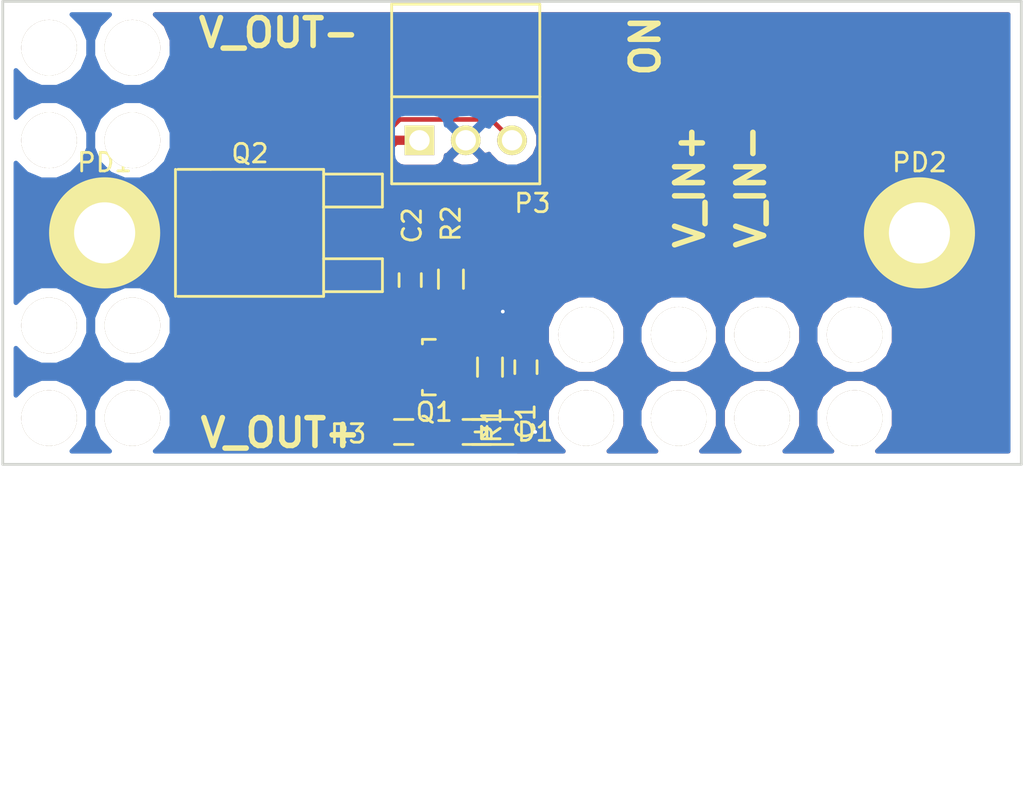
<source format=kicad_pcb>
(kicad_pcb (version 4) (host pcbnew 4.0.2-stable)

  (general
    (links 19)
    (no_connects 2)
    (area 99.924999 69.075 155.075001 115.300001)
    (thickness 1.6)
    (drawings 11)
    (tracks 39)
    (zones 0)
    (modules 31)
    (nets 7)
  )

  (page A4)
  (layers
    (0 F.Cu signal)
    (31 B.Cu signal)
    (32 B.Adhes user)
    (33 F.Adhes user)
    (34 B.Paste user)
    (35 F.Paste user)
    (36 B.SilkS user)
    (37 F.SilkS user)
    (38 B.Mask user)
    (39 F.Mask user)
    (40 Dwgs.User user)
    (41 Cmts.User user)
    (42 Eco1.User user)
    (43 Eco2.User user)
    (44 Edge.Cuts user)
    (45 Margin user)
    (46 B.CrtYd user)
    (47 F.CrtYd user)
    (48 B.Fab user)
    (49 F.Fab user)
  )

  (setup
    (last_trace_width 0.3)
    (user_trace_width 0.2)
    (user_trace_width 0.25)
    (user_trace_width 0.3)
    (user_trace_width 0.5)
    (user_trace_width 0.8)
    (user_trace_width 1)
    (user_trace_width 2)
    (trace_clearance 0.2)
    (zone_clearance 0.508)
    (zone_45_only no)
    (trace_min 0.2)
    (segment_width 0.2)
    (edge_width 0.15)
    (via_size 0.6)
    (via_drill 0.2)
    (via_min_size 0.6)
    (via_min_drill 0.2)
    (user_via 0.6 0.2)
    (user_via 1.2 0.8)
    (user_via 1.4 1)
    (user_via 9 0.5)
    (uvia_size 0.3)
    (uvia_drill 0.1)
    (uvias_allowed no)
    (uvia_min_size 0.2)
    (uvia_min_drill 0.1)
    (pcb_text_width 0.3)
    (pcb_text_size 1.5 1.5)
    (mod_edge_width 0.15)
    (mod_text_size 1 1)
    (mod_text_width 0.15)
    (pad_size 3.3 3.3)
    (pad_drill 3.3)
    (pad_to_mask_clearance 0.2)
    (aux_axis_origin 0 0)
    (visible_elements 7FFFFFFF)
    (pcbplotparams
      (layerselection 0x00030_80000001)
      (usegerberextensions false)
      (excludeedgelayer true)
      (linewidth 0.100000)
      (plotframeref false)
      (viasonmask false)
      (mode 1)
      (useauxorigin false)
      (hpglpennumber 1)
      (hpglpenspeed 20)
      (hpglpendiameter 15)
      (hpglpenoverlay 2)
      (psnegative false)
      (psa4output false)
      (plotreference true)
      (plotvalue true)
      (plotinvisibletext false)
      (padsonsilk false)
      (subtractmaskfromsilk false)
      (outputformat 1)
      (mirror false)
      (drillshape 1)
      (scaleselection 1)
      (outputdirectory ""))
  )

  (net 0 "")
  (net 1 /CTL_DRIVE)
  (net 2 GND)
  (net 3 "Net-(C2-Pad1)")
  (net 4 "Net-(C2-Pad2)")
  (net 5 "Net-(D1-Pad2)")
  (net 6 "Net-(P4-Pad1)")

  (net_class Default "Dies ist die voreingestellte Netzklasse."
    (clearance 0.2)
    (trace_width 0.25)
    (via_dia 0.6)
    (via_drill 0.2)
    (uvia_dia 0.3)
    (uvia_drill 0.1)
    (add_net /CTL_DRIVE)
    (add_net GND)
    (add_net "Net-(C2-Pad1)")
    (add_net "Net-(C2-Pad2)")
    (add_net "Net-(D1-Pad2)")
    (add_net "Net-(P4-Pad1)")
  )

  (module Capacitors_SMD:C_0603_HandSoldering (layer F.Cu) (tedit 541A9B4D) (tstamp 57ADC538)
    (at 128.25 89.75 90)
    (descr "Capacitor SMD 0603, hand soldering")
    (tags "capacitor 0603")
    (path /57ADC1FD)
    (attr smd)
    (fp_text reference C1 (at -2.93 -0.01 90) (layer F.SilkS)
      (effects (font (size 1 1) (thickness 0.15)))
    )
    (fp_text value 100n (at 0 1.9 90) (layer F.Fab)
      (effects (font (size 1 1) (thickness 0.15)))
    )
    (fp_line (start -1.85 -0.75) (end 1.85 -0.75) (layer F.CrtYd) (width 0.05))
    (fp_line (start -1.85 0.75) (end 1.85 0.75) (layer F.CrtYd) (width 0.05))
    (fp_line (start -1.85 -0.75) (end -1.85 0.75) (layer F.CrtYd) (width 0.05))
    (fp_line (start 1.85 -0.75) (end 1.85 0.75) (layer F.CrtYd) (width 0.05))
    (fp_line (start -0.35 -0.6) (end 0.35 -0.6) (layer F.SilkS) (width 0.15))
    (fp_line (start 0.35 0.6) (end -0.35 0.6) (layer F.SilkS) (width 0.15))
    (pad 1 smd rect (at -0.95 0 90) (size 1.2 0.75) (layers F.Cu F.Paste F.Mask)
      (net 1 /CTL_DRIVE))
    (pad 2 smd rect (at 0.95 0 90) (size 1.2 0.75) (layers F.Cu F.Paste F.Mask)
      (net 2 GND))
    (model Capacitors_SMD.3dshapes/C_0603_HandSoldering.wrl
      (at (xyz 0 0 0))
      (scale (xyz 1 1 1))
      (rotate (xyz 0 0 0))
    )
  )

  (module Capacitors_SMD:C_0603_HandSoldering (layer F.Cu) (tedit 541A9B4D) (tstamp 57ADC544)
    (at 122 85.05 270)
    (descr "Capacitor SMD 0603, hand soldering")
    (tags "capacitor 0603")
    (path /57ADCC7D)
    (attr smd)
    (fp_text reference C2 (at -2.95 -0.1 450) (layer F.SilkS)
      (effects (font (size 1 1) (thickness 0.15)))
    )
    (fp_text value 470n (at 0 1.9 270) (layer F.Fab)
      (effects (font (size 1 1) (thickness 0.15)))
    )
    (fp_line (start -1.85 -0.75) (end 1.85 -0.75) (layer F.CrtYd) (width 0.05))
    (fp_line (start -1.85 0.75) (end 1.85 0.75) (layer F.CrtYd) (width 0.05))
    (fp_line (start -1.85 -0.75) (end -1.85 0.75) (layer F.CrtYd) (width 0.05))
    (fp_line (start 1.85 -0.75) (end 1.85 0.75) (layer F.CrtYd) (width 0.05))
    (fp_line (start -0.35 -0.6) (end 0.35 -0.6) (layer F.SilkS) (width 0.15))
    (fp_line (start 0.35 0.6) (end -0.35 0.6) (layer F.SilkS) (width 0.15))
    (pad 1 smd rect (at -0.95 0 270) (size 1.2 0.75) (layers F.Cu F.Paste F.Mask)
      (net 3 "Net-(C2-Pad1)"))
    (pad 2 smd rect (at 0.95 0 270) (size 1.2 0.75) (layers F.Cu F.Paste F.Mask)
      (net 4 "Net-(C2-Pad2)"))
    (model Capacitors_SMD.3dshapes/C_0603_HandSoldering.wrl
      (at (xyz 0 0 0))
      (scale (xyz 1 1 1))
      (rotate (xyz 0 0 0))
    )
  )

  (module TO_SOT_Packages_SMD:SOT-23 (layer F.Cu) (tedit 553634F8) (tstamp 57ADC56F)
    (at 123.31 89.75 90)
    (descr "SOT-23, Standard")
    (tags SOT-23)
    (path /5783B834)
    (attr smd)
    (fp_text reference Q1 (at -2.43 -0.01 180) (layer F.SilkS)
      (effects (font (size 1 1) (thickness 0.15)))
    )
    (fp_text value IRLML6344 (at 0 2.3 90) (layer F.Fab)
      (effects (font (size 1 1) (thickness 0.15)))
    )
    (fp_line (start -1.65 -1.6) (end 1.65 -1.6) (layer F.CrtYd) (width 0.05))
    (fp_line (start 1.65 -1.6) (end 1.65 1.6) (layer F.CrtYd) (width 0.05))
    (fp_line (start 1.65 1.6) (end -1.65 1.6) (layer F.CrtYd) (width 0.05))
    (fp_line (start -1.65 1.6) (end -1.65 -1.6) (layer F.CrtYd) (width 0.05))
    (fp_line (start 1.29916 -0.65024) (end 1.2509 -0.65024) (layer F.SilkS) (width 0.15))
    (fp_line (start -1.49982 0.0508) (end -1.49982 -0.65024) (layer F.SilkS) (width 0.15))
    (fp_line (start -1.49982 -0.65024) (end -1.2509 -0.65024) (layer F.SilkS) (width 0.15))
    (fp_line (start 1.29916 -0.65024) (end 1.49982 -0.65024) (layer F.SilkS) (width 0.15))
    (fp_line (start 1.49982 -0.65024) (end 1.49982 0.0508) (layer F.SilkS) (width 0.15))
    (pad 1 smd rect (at -0.95 1.00076 90) (size 0.8001 0.8001) (layers F.Cu F.Paste F.Mask)
      (net 1 /CTL_DRIVE))
    (pad 2 smd rect (at 0.95 1.00076 90) (size 0.8001 0.8001) (layers F.Cu F.Paste F.Mask)
      (net 2 GND))
    (pad 3 smd rect (at 0 -0.99822 90) (size 0.8001 0.8001) (layers F.Cu F.Paste F.Mask)
      (net 4 "Net-(C2-Pad2)"))
    (model TO_SOT_Packages_SMD.3dshapes/SOT-23.wrl
      (at (xyz 0 0 0))
      (scale (xyz 1 1 1))
      (rotate (xyz 0 0 0))
    )
  )

  (module TO_SOT_Packages_SMD:TO-252-2Lead (layer F.Cu) (tedit 0) (tstamp 57ADC576)
    (at 118.85 82.5 90)
    (descr "DPAK / TO-252 2-lead smd package")
    (tags "dpak TO-252")
    (path /5783B8B5)
    (attr smd)
    (fp_text reference Q2 (at 4.286 -5.5 180) (layer F.SilkS)
      (effects (font (size 1 1) (thickness 0.15)))
    )
    (fp_text value IPD90P03 (at 0 -2.413 90) (layer F.Fab)
      (effects (font (size 1 1) (thickness 0.15)))
    )
    (fp_line (start 1.397 -1.524) (end 1.397 1.651) (layer F.SilkS) (width 0.15))
    (fp_line (start 1.397 1.651) (end 3.175 1.651) (layer F.SilkS) (width 0.15))
    (fp_line (start 3.175 1.651) (end 3.175 -1.524) (layer F.SilkS) (width 0.15))
    (fp_line (start -3.175 -1.524) (end -3.175 1.651) (layer F.SilkS) (width 0.15))
    (fp_line (start -3.175 1.651) (end -1.397 1.651) (layer F.SilkS) (width 0.15))
    (fp_line (start -1.397 1.651) (end -1.397 -1.524) (layer F.SilkS) (width 0.15))
    (fp_line (start 3.429 -7.62) (end 3.429 -1.524) (layer F.SilkS) (width 0.15))
    (fp_line (start 3.429 -1.524) (end -3.429 -1.524) (layer F.SilkS) (width 0.15))
    (fp_line (start -3.429 -1.524) (end -3.429 -9.398) (layer F.SilkS) (width 0.15))
    (fp_line (start -3.429 -9.525) (end 3.429 -9.525) (layer F.SilkS) (width 0.15))
    (fp_line (start 3.429 -9.398) (end 3.429 -7.62) (layer F.SilkS) (width 0.15))
    (pad 1 smd rect (at -2.286 0 90) (size 1.651 3.048) (layers F.Cu F.Paste F.Mask)
      (net 4 "Net-(C2-Pad2)"))
    (pad 2 smd rect (at 0 -6.35 90) (size 6.096 6.096) (layers F.Cu F.Paste F.Mask)
      (net 6 "Net-(P4-Pad1)"))
    (pad 3 smd rect (at 2.286 0 90) (size 1.651 3.048) (layers F.Cu F.Paste F.Mask)
      (net 3 "Net-(C2-Pad1)"))
    (model TO_SOT_Packages_SMD.3dshapes/TO-252-2Lead.wrl
      (at (xyz 0 0 0))
      (scale (xyz 1 1 1))
      (rotate (xyz 0 0 0))
    )
  )

  (module Resistors_SMD:R_0603_HandSoldering (layer F.Cu) (tedit 5418A00F) (tstamp 57ADC582)
    (at 126.31 89.75 90)
    (descr "Resistor SMD 0603, hand soldering")
    (tags "resistor 0603")
    (path /57ADC260)
    (attr smd)
    (fp_text reference R1 (at -3.13 0.09 90) (layer F.SilkS)
      (effects (font (size 1 1) (thickness 0.15)))
    )
    (fp_text value 10k (at 0 1.9 90) (layer F.Fab)
      (effects (font (size 1 1) (thickness 0.15)))
    )
    (fp_line (start -2 -0.8) (end 2 -0.8) (layer F.CrtYd) (width 0.05))
    (fp_line (start -2 0.8) (end 2 0.8) (layer F.CrtYd) (width 0.05))
    (fp_line (start -2 -0.8) (end -2 0.8) (layer F.CrtYd) (width 0.05))
    (fp_line (start 2 -0.8) (end 2 0.8) (layer F.CrtYd) (width 0.05))
    (fp_line (start 0.5 0.675) (end -0.5 0.675) (layer F.SilkS) (width 0.15))
    (fp_line (start -0.5 -0.675) (end 0.5 -0.675) (layer F.SilkS) (width 0.15))
    (pad 1 smd rect (at -1.1 0 90) (size 1.2 0.9) (layers F.Cu F.Paste F.Mask)
      (net 1 /CTL_DRIVE))
    (pad 2 smd rect (at 1.1 0 90) (size 1.2 0.9) (layers F.Cu F.Paste F.Mask)
      (net 2 GND))
    (model Resistors_SMD.3dshapes/R_0603_HandSoldering.wrl
      (at (xyz 0 0 0))
      (scale (xyz 1 1 1))
      (rotate (xyz 0 0 0))
    )
  )

  (module Resistors_SMD:R_0603_HandSoldering (layer F.Cu) (tedit 5418A00F) (tstamp 57ADC58E)
    (at 124.2 85 270)
    (descr "Resistor SMD 0603, hand soldering")
    (tags "resistor 0603")
    (path /57ADCAFA)
    (attr smd)
    (fp_text reference R2 (at -3 0 270) (layer F.SilkS)
      (effects (font (size 1 1) (thickness 0.15)))
    )
    (fp_text value 10k (at 0 1.9 270) (layer F.Fab)
      (effects (font (size 1 1) (thickness 0.15)))
    )
    (fp_line (start -2 -0.8) (end 2 -0.8) (layer F.CrtYd) (width 0.05))
    (fp_line (start -2 0.8) (end 2 0.8) (layer F.CrtYd) (width 0.05))
    (fp_line (start -2 -0.8) (end -2 0.8) (layer F.CrtYd) (width 0.05))
    (fp_line (start 2 -0.8) (end 2 0.8) (layer F.CrtYd) (width 0.05))
    (fp_line (start 0.5 0.675) (end -0.5 0.675) (layer F.SilkS) (width 0.15))
    (fp_line (start -0.5 -0.675) (end 0.5 -0.675) (layer F.SilkS) (width 0.15))
    (pad 1 smd rect (at -1.1 0 270) (size 1.2 0.9) (layers F.Cu F.Paste F.Mask)
      (net 3 "Net-(C2-Pad1)"))
    (pad 2 smd rect (at 1.1 0 270) (size 1.2 0.9) (layers F.Cu F.Paste F.Mask)
      (net 4 "Net-(C2-Pad2)"))
    (model Resistors_SMD.3dshapes/R_0603_HandSoldering.wrl
      (at (xyz 0 0 0))
      (scale (xyz 1 1 1))
      (rotate (xyz 0 0 0))
    )
  )

  (module Custom:LED_0603_HandSoldering (layer F.Cu) (tedit 57C2C5BA) (tstamp 57C81B32)
    (at 125.85 93.25 180)
    (descr "Resistor SMD 0603, hand soldering")
    (tags "resistor 0603")
    (path /57C81BD8)
    (attr smd)
    (fp_text reference D1 (at -2.9 0 180) (layer F.SilkS)
      (effects (font (size 1 1) (thickness 0.15)))
    )
    (fp_text value LED (at 0 1.9 180) (layer F.Fab)
      (effects (font (size 1 1) (thickness 0.15)))
    )
    (fp_line (start 0 0) (end 0.35 0) (layer F.SilkS) (width 0.15))
    (fp_line (start 0 -0.3) (end -0.3 0) (layer F.SilkS) (width 0.15))
    (fp_line (start -0.3 0) (end 0 0.3) (layer F.SilkS) (width 0.15))
    (fp_line (start -0.3 -0.3) (end -0.3 0.3) (layer F.SilkS) (width 0.15))
    (fp_line (start 0 -0.3) (end 0 0.3) (layer F.SilkS) (width 0.15))
    (fp_line (start 1 0.675) (end -1.7 0.675) (layer F.SilkS) (width 0.15))
    (fp_line (start 1 -0.675) (end -1.7 -0.675) (layer F.SilkS) (width 0.15))
    (fp_line (start -2 -0.8) (end 2 -0.8) (layer F.CrtYd) (width 0.05))
    (fp_line (start -2 0.8) (end 2 0.8) (layer F.CrtYd) (width 0.05))
    (fp_line (start -2 -0.8) (end -2 0.8) (layer F.CrtYd) (width 0.05))
    (fp_line (start 2 -0.8) (end 2 0.8) (layer F.CrtYd) (width 0.05))
    (fp_line (start 0.5 0.675) (end -0.5 0.675) (layer F.SilkS) (width 0.15))
    (fp_line (start -0.5 -0.675) (end 0.5 -0.675) (layer F.SilkS) (width 0.15))
    (pad 1 smd rect (at -1.1 0 180) (size 1.2 0.9) (layers F.Cu F.Paste F.Mask)
      (net 2 GND))
    (pad 2 smd rect (at 1.1 0 180) (size 1.2 0.9) (layers F.Cu F.Paste F.Mask)
      (net 5 "Net-(D1-Pad2)"))
    (model Resistors_SMD.3dshapes/R_0603_HandSoldering.wrl
      (at (xyz 0 0 0))
      (scale (xyz 1 1 1))
      (rotate (xyz 0 0 0))
    )
  )

  (module Custom:Pad_SMD_3.5x10 (layer F.Cu) (tedit 57C830BE) (tstamp 57C823A7)
    (at 134 80 90)
    (path /57C8181A)
    (fp_text reference P1 (at 0 -2.54 90) (layer F.SilkS) hide
      (effects (font (size 1 1) (thickness 0.15)))
    )
    (fp_text value V_IN+ (at -0.0254 2.794 90) (layer F.Fab)
      (effects (font (size 1 1) (thickness 0.15)))
    )
    (pad 1 smd rect (at 0 0 90) (size 10 3.5) (layers F.Cu F.Paste F.Mask)
      (net 3 "Net-(C2-Pad1)"))
  )

  (module Custom:Pad_SMD_3.5x10 (layer F.Cu) (tedit 57C830C2) (tstamp 57C823AC)
    (at 143.5 80 90)
    (path /57C8188D)
    (fp_text reference P2 (at 0 -2.54 90) (layer F.SilkS) hide
      (effects (font (size 1 1) (thickness 0.15)))
    )
    (fp_text value V_IN- (at -0.0254 2.794 90) (layer F.Fab)
      (effects (font (size 1 1) (thickness 0.15)))
    )
    (pad 1 smd rect (at 0 0 90) (size 10 3.5) (layers F.Cu F.Paste F.Mask)
      (net 2 GND))
  )

  (module Custom:Pad_SMD_3.5x10 (layer F.Cu) (tedit 57C830C8) (tstamp 57C823B7)
    (at 115 90)
    (path /57C8199A)
    (fp_text reference P4 (at 0 -2.54) (layer F.SilkS) hide
      (effects (font (size 1 1) (thickness 0.15)))
    )
    (fp_text value V_OUT+ (at -0.0254 2.794) (layer F.Fab)
      (effects (font (size 1 1) (thickness 0.15)))
    )
    (pad 1 smd rect (at 0 0) (size 10 3.5) (layers F.Cu F.Paste F.Mask)
      (net 6 "Net-(P4-Pad1)"))
  )

  (module Custom:Pad_SMD_3.5x10 (layer F.Cu) (tedit 57C830C5) (tstamp 57C823BC)
    (at 115 75)
    (path /57C81A43)
    (fp_text reference P5 (at 0 -2.54) (layer F.SilkS) hide
      (effects (font (size 1 1) (thickness 0.15)))
    )
    (fp_text value V_OUT- (at -0.0254 2.794) (layer F.Fab)
      (effects (font (size 1 1) (thickness 0.15)))
    )
    (pad 1 smd rect (at 0 0) (size 10 3.5) (layers F.Cu F.Paste F.Mask)
      (net 2 GND))
  )

  (module Resistors_SMD:R_0603_HandSoldering (layer F.Cu) (tedit 5418A00F) (tstamp 57C823C2)
    (at 121.65 93.25)
    (descr "Resistor SMD 0603, hand soldering")
    (tags "resistor 0603")
    (path /57C815D8)
    (attr smd)
    (fp_text reference R3 (at -3 0.1) (layer F.SilkS)
      (effects (font (size 1 1) (thickness 0.15)))
    )
    (fp_text value 3k6 (at 0 1.9) (layer F.Fab)
      (effects (font (size 1 1) (thickness 0.15)))
    )
    (fp_line (start -2 -0.8) (end 2 -0.8) (layer F.CrtYd) (width 0.05))
    (fp_line (start -2 0.8) (end 2 0.8) (layer F.CrtYd) (width 0.05))
    (fp_line (start -2 -0.8) (end -2 0.8) (layer F.CrtYd) (width 0.05))
    (fp_line (start 2 -0.8) (end 2 0.8) (layer F.CrtYd) (width 0.05))
    (fp_line (start 0.5 0.675) (end -0.5 0.675) (layer F.SilkS) (width 0.15))
    (fp_line (start -0.5 -0.675) (end 0.5 -0.675) (layer F.SilkS) (width 0.15))
    (pad 1 smd rect (at -1.1 0) (size 1.2 0.9) (layers F.Cu F.Paste F.Mask)
      (net 6 "Net-(P4-Pad1)"))
    (pad 2 smd rect (at 1.1 0) (size 1.2 0.9) (layers F.Cu F.Paste F.Mask)
      (net 5 "Net-(D1-Pad2)"))
    (model Resistors_SMD.3dshapes/R_0603_HandSoldering.wrl
      (at (xyz 0 0 0))
      (scale (xyz 1 1 1))
      (rotate (xyz 0 0 0))
    )
  )

  (module Custom:PS25_3W (layer F.Cu) (tedit 57C824DC) (tstamp 57C827D7)
    (at 122.5 77.5)
    (path /5783BAEB)
    (fp_text reference P3 (at 6.1 3.4) (layer F.SilkS)
      (effects (font (size 1 1) (thickness 0.15)))
    )
    (fp_text value uC_IN (at 2.5 3.3) (layer F.Fab)
      (effects (font (size 1 1) (thickness 0.15)))
    )
    (fp_line (start -1.5 -2.35) (end 6.5 -2.35) (layer F.SilkS) (width 0.15))
    (fp_line (start 6.5 2.35) (end -1.5 2.35) (layer F.SilkS) (width 0.15))
    (fp_line (start 6.5 -7.35) (end 6.5 2.35) (layer F.SilkS) (width 0.15))
    (fp_line (start -1.5 -7.35) (end 6.5 -7.35) (layer F.SilkS) (width 0.15))
    (fp_line (start -1.5 2.35) (end -1.5 -7.35) (layer F.SilkS) (width 0.15))
    (fp_line (start 6.5 -7.35) (end 6.5 -2.35) (layer F.CrtYd) (width 0.15))
    (fp_line (start -1.5 -7.35) (end 6.5 -7.35) (layer F.CrtYd) (width 0.15))
    (fp_line (start -1.5 -2.35) (end -1.5 -7.35) (layer F.CrtYd) (width 0.15))
    (fp_line (start 6.5 2.35) (end -1.5 2.35) (layer F.CrtYd) (width 0.15))
    (fp_line (start 6.5 -2.35) (end 6.5 2.35) (layer F.CrtYd) (width 0.15))
    (fp_line (start -1.5 -2.35) (end 6.5 -2.35) (layer F.CrtYd) (width 0.15))
    (fp_line (start -1.5 2.35) (end -1.5 -2.35) (layer F.CrtYd) (width 0.15))
    (pad 1 thru_hole rect (at 0 0) (size 1.6 1.6) (drill 1.1) (layers *.Cu *.Mask F.SilkS)
      (net 3 "Net-(C2-Pad1)"))
    (pad 2 thru_hole circle (at 2.5 0) (size 1.6 1.6) (drill 1.1) (layers *.Cu *.Mask F.SilkS)
      (net 2 GND))
    (pad 3 thru_hole circle (at 5 0) (size 1.6 1.6) (drill 1.1) (layers *.Cu *.Mask F.SilkS)
      (net 1 /CTL_DRIVE))
  )

  (module Custom:Hole_3mm (layer F.Cu) (tedit 57C83065) (tstamp 57C82BC5)
    (at 102.5 92.5)
    (path /57C83262)
    (fp_text reference PD3 (at 0 -2.3) (layer F.SilkS) hide
      (effects (font (size 1 1) (thickness 0.15)))
    )
    (fp_text value Hole (at 0 2) (layer F.Fab)
      (effects (font (size 1 1) (thickness 0.15)))
    )
    (pad 1 thru_hole circle (at 0 0) (size 3 3) (drill 3) (layers *.Cu *.Mask F.SilkS))
  )

  (module Custom:Hole_3mm (layer F.Cu) (tedit 57C83069) (tstamp 57C82BCA)
    (at 107 92.5)
    (path /57C83063)
    (fp_text reference PD4 (at 0 -2.3) (layer F.SilkS) hide
      (effects (font (size 1 1) (thickness 0.15)))
    )
    (fp_text value Hole (at 0 2) (layer F.Fab)
      (effects (font (size 1 1) (thickness 0.15)))
    )
    (pad 1 thru_hole circle (at 0 0) (size 3 3) (drill 3) (layers *.Cu *.Mask F.SilkS))
  )

  (module Custom:Hole_3mm (layer F.Cu) (tedit 57C83058) (tstamp 57C82BCF)
    (at 102.5 87.5)
    (path /57C82E3F)
    (fp_text reference PD5 (at 0 -2.3) (layer F.SilkS) hide
      (effects (font (size 1 1) (thickness 0.15)))
    )
    (fp_text value Hole (at 0 2) (layer F.Fab)
      (effects (font (size 1 1) (thickness 0.15)))
    )
    (pad 1 thru_hole circle (at 0 0) (size 3 3) (drill 3) (layers *.Cu *.Mask F.SilkS))
  )

  (module Custom:Hole_3mm (layer F.Cu) (tedit 57C8305E) (tstamp 57C82BD4)
    (at 107 87.5)
    (path /57C82B56)
    (fp_text reference PD6 (at 0 -2.3) (layer F.SilkS) hide
      (effects (font (size 1 1) (thickness 0.15)))
    )
    (fp_text value Hole (at 0 2) (layer F.Fab)
      (effects (font (size 1 1) (thickness 0.15)))
    )
    (pad 1 thru_hole circle (at 0 0) (size 3 3) (drill 3) (layers *.Cu *.Mask F.SilkS))
  )

  (module Custom:Hole_3mm (layer F.Cu) (tedit 57C83050) (tstamp 57C82BD9)
    (at 102.5 77.5)
    (path /57C832D6)
    (fp_text reference PD7 (at 0 -2.3) (layer F.SilkS) hide
      (effects (font (size 1 1) (thickness 0.15)))
    )
    (fp_text value Hole (at 0 2) (layer F.Fab)
      (effects (font (size 1 1) (thickness 0.15)))
    )
    (pad 1 thru_hole circle (at 0 0) (size 3 3) (drill 3) (layers *.Cu *.Mask F.SilkS))
  )

  (module Custom:Hole_3mm (layer F.Cu) (tedit 57C83054) (tstamp 57C82BDE)
    (at 107 77.5)
    (path /57C830CB)
    (fp_text reference PD8 (at 0 -2.3) (layer F.SilkS) hide
      (effects (font (size 1 1) (thickness 0.15)))
    )
    (fp_text value Hole (at 0 2) (layer F.Fab)
      (effects (font (size 1 1) (thickness 0.15)))
    )
    (pad 1 thru_hole circle (at 0 0) (size 3 3) (drill 3) (layers *.Cu *.Mask F.SilkS))
  )

  (module Custom:Hole_3mm (layer F.Cu) (tedit 57C8304A) (tstamp 57C82BE3)
    (at 102.5 72.5)
    (path /57C82F3D)
    (fp_text reference PD9 (at 0 -2.3) (layer F.SilkS) hide
      (effects (font (size 1 1) (thickness 0.15)))
    )
    (fp_text value Hole (at 0 2) (layer F.Fab)
      (effects (font (size 1 1) (thickness 0.15)))
    )
    (pad 1 thru_hole circle (at 0 0) (size 3 3) (drill 3) (layers *.Cu *.Mask F.SilkS))
  )

  (module Custom:Hole_3mm (layer F.Cu) (tedit 57C8304D) (tstamp 57C82BE8)
    (at 107 72.5)
    (path /57C82C3B)
    (fp_text reference PD10 (at 0 -2.3) (layer F.SilkS) hide
      (effects (font (size 1 1) (thickness 0.15)))
    )
    (fp_text value Hole (at 0 2) (layer F.Fab)
      (effects (font (size 1 1) (thickness 0.15)))
    )
    (pad 1 thru_hole circle (at 0 0) (size 3 3) (drill 3) (layers *.Cu *.Mask F.SilkS))
  )

  (module Custom:Hole_3mm (layer F.Cu) (tedit 57C83072) (tstamp 57C82BED)
    (at 131.5 92.5)
    (path /57C83349)
    (fp_text reference PD11 (at 0 -2.3) (layer F.SilkS) hide
      (effects (font (size 1 1) (thickness 0.15)))
    )
    (fp_text value Hole (at 0 2) (layer F.Fab)
      (effects (font (size 1 1) (thickness 0.15)))
    )
    (pad 1 thru_hole circle (at 0 0) (size 3 3) (drill 3) (layers *.Cu *.Mask F.SilkS))
  )

  (module Custom:Hole_3mm (layer F.Cu) (tedit 57C83079) (tstamp 57C82BF2)
    (at 136.5 92.5)
    (path /57C83132)
    (fp_text reference PD12 (at 0 -2.3) (layer F.SilkS) hide
      (effects (font (size 1 1) (thickness 0.15)))
    )
    (fp_text value Hole (at 0 2) (layer F.Fab)
      (effects (font (size 1 1) (thickness 0.15)))
    )
    (pad 1 thru_hole circle (at 0 0) (size 3 3) (drill 3) (layers *.Cu *.Mask F.SilkS))
  )

  (module Custom:Hole_3mm (layer F.Cu) (tedit 57C8306C) (tstamp 57C82BF7)
    (at 131.5 88)
    (path /57C82F98)
    (fp_text reference PD13 (at 0 -2.3) (layer F.SilkS) hide
      (effects (font (size 1 1) (thickness 0.15)))
    )
    (fp_text value Hole (at 0 2) (layer F.Fab)
      (effects (font (size 1 1) (thickness 0.15)))
    )
    (pad 1 thru_hole circle (at 0 0) (size 3 3) (drill 3) (layers *.Cu *.Mask F.SilkS))
  )

  (module Custom:Hole_3mm (layer F.Cu) (tedit 57C8306F) (tstamp 57C82BFC)
    (at 136.5 88)
    (path /57C82C86)
    (fp_text reference PD14 (at 0 -2.3) (layer F.SilkS) hide
      (effects (font (size 1 1) (thickness 0.15)))
    )
    (fp_text value Hole (at 0 2) (layer F.Fab)
      (effects (font (size 1 1) (thickness 0.15)))
    )
    (pad 1 thru_hole circle (at 0 0) (size 3 3) (drill 3) (layers *.Cu *.Mask F.SilkS))
  )

  (module Custom:Hole_3mm (layer F.Cu) (tedit 57C830B1) (tstamp 57C82C01)
    (at 146 92.5)
    (path /57C833BD)
    (fp_text reference PD15 (at 0 -2.3) (layer F.SilkS) hide
      (effects (font (size 1 1) (thickness 0.15)))
    )
    (fp_text value Hole (at 0 2) (layer F.Fab)
      (effects (font (size 1 1) (thickness 0.15)))
    )
    (pad 1 thru_hole circle (at 0 0) (size 3 3) (drill 3) (layers *.Cu *.Mask F.SilkS))
  )

  (module Custom:Hole_3mm (layer F.Cu) (tedit 57C830AD) (tstamp 57C82C06)
    (at 141 92.5)
    (path /57C8319C)
    (fp_text reference PD16 (at 0 -2.3) (layer F.SilkS) hide
      (effects (font (size 1 1) (thickness 0.15)))
    )
    (fp_text value Hole (at 0 2) (layer F.Fab)
      (effects (font (size 1 1) (thickness 0.15)))
    )
    (pad 1 thru_hole circle (at 0 0) (size 3 3) (drill 3) (layers *.Cu *.Mask F.SilkS))
  )

  (module Custom:Hole_3mm (layer F.Cu) (tedit 57C8309D) (tstamp 57C82C0B)
    (at 141 88)
    (path /57C82FFA)
    (fp_text reference PD17 (at 0 -2.3) (layer F.SilkS) hide
      (effects (font (size 1 1) (thickness 0.15)))
    )
    (fp_text value Hole (at 0 2) (layer F.Fab)
      (effects (font (size 1 1) (thickness 0.15)))
    )
    (pad 1 thru_hole circle (at 0 0) (size 3 3) (drill 3) (layers *.Cu *.Mask F.SilkS))
  )

  (module Custom:Hole_3mm (layer F.Cu) (tedit 57C830A0) (tstamp 57C82C10)
    (at 146 88)
    (path /57C82CD8)
    (fp_text reference PD18 (at 0 -2.3) (layer F.SilkS) hide
      (effects (font (size 1 1) (thickness 0.15)))
    )
    (fp_text value Hole (at 0 2) (layer F.Fab)
      (effects (font (size 1 1) (thickness 0.15)))
    )
    (pad 1 thru_hole circle (at 0 0) (size 3 3) (drill 3) (layers *.Cu *.Mask F.SilkS))
  )

  (module Custom:MountingHole_3.3mm_M3 (layer F.Cu) (tedit 57C96765) (tstamp 57C2DF39)
    (at 105.5 82.5)
    (descr "Mounting Hole 3.3mm")
    (tags "mounting hole 3.3mm")
    (path /57ADE0AF)
    (fp_text reference PD1 (at 0 -3.8) (layer F.SilkS)
      (effects (font (size 1 1) (thickness 0.15)))
    )
    (fp_text value Hole (at 0 3.8) (layer F.Fab)
      (effects (font (size 1 1) (thickness 0.15)))
    )
    (fp_circle (center 0 0) (end 2.8 0) (layer Cmts.User) (width 0.15))
    (fp_circle (center 0 0) (end 3.05 0) (layer F.CrtYd) (width 0.05))
    (pad "" np_thru_hole circle (at 0 0) (size 6 6) (drill 3.3) (layers *.Cu *.Mask F.SilkS))
  )

  (module Custom:MountingHole_3.3mm_M3 (layer F.Cu) (tedit 57C96765) (tstamp 57C2DF3F)
    (at 149.5 82.5)
    (descr "Mounting Hole 3.3mm")
    (tags "mounting hole 3.3mm")
    (path /57ADE295)
    (fp_text reference PD2 (at 0 -3.8) (layer F.SilkS)
      (effects (font (size 1 1) (thickness 0.15)))
    )
    (fp_text value Hole (at 0 3.8) (layer F.Fab)
      (effects (font (size 1 1) (thickness 0.15)))
    )
    (fp_circle (center 0 0) (end 2.8 0) (layer Cmts.User) (width 0.15))
    (fp_circle (center 0 0) (end 3.05 0) (layer F.CrtYd) (width 0.05))
    (pad "" np_thru_hole circle (at 0 0) (size 6 6) (drill 3.3) (layers *.Cu *.Mask F.SilkS))
  )

  (gr_text "ON\n" (at 134.7 72.4 90) (layer F.SilkS)
    (effects (font (size 1.5 1.5) (thickness 0.3)))
  )
  (gr_text V_IN- (at 140.4 80 90) (layer F.SilkS)
    (effects (font (size 1.5 1.5) (thickness 0.3)))
  )
  (gr_text V_IN+ (at 137.1 80 90) (layer F.SilkS)
    (effects (font (size 1.5 1.5) (thickness 0.3)))
  )
  (gr_text V_OUT- (at 114.9 71.7) (layer F.SilkS)
    (effects (font (size 1.5 1.5) (thickness 0.3)))
  )
  (gr_text V_OUT+ (at 115 93.3) (layer F.SilkS)
    (effects (font (size 1.5 1.5) (thickness 0.3)))
  )
  (dimension 55 (width 0.3) (layer Cmts.User)
    (gr_text "55,000 mm" (at 127.5 113.95) (layer Cmts.User)
      (effects (font (size 1.5 1.5) (thickness 0.3)))
    )
    (feature1 (pts (xy 155 95) (xy 155 115.3)))
    (feature2 (pts (xy 100 95) (xy 100 115.3)))
    (crossbar (pts (xy 100 112.6) (xy 155 112.6)))
    (arrow1a (pts (xy 155 112.6) (xy 153.873496 113.186421)))
    (arrow1b (pts (xy 155 112.6) (xy 153.873496 112.013579)))
    (arrow2a (pts (xy 100 112.6) (xy 101.126504 113.186421)))
    (arrow2b (pts (xy 100 112.6) (xy 101.126504 112.013579)))
  )
  (dimension 44 (width 0.3) (layer Cmts.User)
    (gr_text "44,000 mm" (at 127.5 105.25) (layer Cmts.User)
      (effects (font (size 1.5 1.5) (thickness 0.3)))
    )
    (feature1 (pts (xy 149.5 83.5) (xy 149.5 106.6)))
    (feature2 (pts (xy 105.5 83.5) (xy 105.5 106.6)))
    (crossbar (pts (xy 105.5 103.9) (xy 149.5 103.9)))
    (arrow1a (pts (xy 149.5 103.9) (xy 148.373496 104.486421)))
    (arrow1b (pts (xy 149.5 103.9) (xy 148.373496 103.313579)))
    (arrow2a (pts (xy 105.5 103.9) (xy 106.626504 104.486421)))
    (arrow2b (pts (xy 105.5 103.9) (xy 106.626504 103.313579)))
  )
  (gr_line (start 100 70) (end 155 70) (layer Edge.Cuts) (width 0.15))
  (gr_line (start 155 70) (end 155 95) (layer Edge.Cuts) (width 0.15))
  (gr_line (start 100 95) (end 155 95) (layer Edge.Cuts) (width 0.15))
  (gr_line (start 100 70) (end 100 95) (layer Edge.Cuts) (width 0.15))

  (segment (start 117 80.814998) (end 121.439999 76.374999) (width 0.25) (layer F.Cu) (net 1))
  (segment (start 121.439999 76.374999) (end 126.374999 76.374999) (width 0.25) (layer F.Cu) (net 1))
  (segment (start 126.374999 76.374999) (end 126.700001 76.700001) (width 0.25) (layer F.Cu) (net 1))
  (segment (start 126.700001 76.700001) (end 127.5 77.5) (width 0.25) (layer F.Cu) (net 1))
  (segment (start 124.31076 90.7) (end 121.876678 90.7) (width 0.25) (layer F.Cu) (net 1))
  (segment (start 121.876678 90.7) (end 121.586729 90.410051) (width 0.25) (layer F.Cu) (net 1))
  (segment (start 121.586729 90.410051) (end 121.586729 89.251727) (width 0.25) (layer F.Cu) (net 1))
  (segment (start 121.586729 89.251727) (end 119.757503 87.422501) (width 0.25) (layer F.Cu) (net 1))
  (segment (start 119.757503 87.422501) (end 117.415999 87.422501) (width 0.25) (layer F.Cu) (net 1))
  (segment (start 117.415999 87.422501) (end 117 87.006502) (width 0.25) (layer F.Cu) (net 1))
  (segment (start 126.31 90.85) (end 124.46076 90.85) (width 0.25) (layer F.Cu) (net 1))
  (segment (start 124.46076 90.85) (end 124.31076 90.7) (width 0.25) (layer F.Cu) (net 1))
  (segment (start 128.25 90.7) (end 126.46 90.7) (width 0.25) (layer F.Cu) (net 1))
  (segment (start 126.46 90.7) (end 126.31 90.85) (width 0.25) (layer F.Cu) (net 1))
  (segment (start 126.25 87.075736) (end 126.31 87.135736) (width 0.25) (layer F.Cu) (net 2))
  (segment (start 126.31 87.135736) (end 126.31 88.65) (width 0.25) (layer F.Cu) (net 2))
  (segment (start 127 86.75) (end 126.575736 86.75) (width 0.25) (layer F.Cu) (net 2))
  (segment (start 126.575736 86.75) (end 126.25 87.075736) (width 0.25) (layer F.Cu) (net 2))
  (segment (start 128.25 88.75) (end 127 87.5) (width 0.25) (layer B.Cu) (net 2))
  (segment (start 127 87.5) (end 127 86.75) (width 0.25) (layer B.Cu) (net 2))
  (via (at 127 86.75) (size 0.6) (drill 0.2) (layers F.Cu B.Cu) (net 2))
  (segment (start 128.75 89.25) (end 128.25 88.75) (width 0.25) (layer B.Cu) (net 2))
  (segment (start 128.75 93.25) (end 128.75 89.25) (width 0.25) (layer B.Cu) (net 2))
  (segment (start 126.95 93.25) (end 128.75 93.25) (width 0.25) (layer F.Cu) (net 2))
  (via (at 128.75 93.25) (size 0.6) (drill 0.2) (layers F.Cu B.Cu) (net 2))
  (segment (start 122.5 77.5) (end 121.2 77.5) (width 0.5) (layer F.Cu) (net 3))
  (segment (start 121.2 77.5) (end 119.2 79.5) (width 0.5) (layer F.Cu) (net 3))
  (segment (start 119.2 80.3745) (end 119.2 81.7) (width 0.5) (layer F.Cu) (net 3))
  (segment (start 118.85 84.786) (end 120.242 84.786) (width 0.5) (layer F.Cu) (net 4))
  (segment (start 120.242 84.786) (end 121.728 86.272) (width 0.5) (layer F.Cu) (net 4))
  (segment (start 122 86) (end 124.1 86) (width 0.5) (layer F.Cu) (net 4))
  (segment (start 124.1 86) (end 124.2 86.1) (width 0.5) (layer F.Cu) (net 4))
  (segment (start 121.728 86.272) (end 122 86) (width 0.5) (layer F.Cu) (net 4))
  (segment (start 122.31178 89.75) (end 122.31178 86.31178) (width 0.5) (layer F.Cu) (net 4))
  (segment (start 122.31178 86.31178) (end 122 86) (width 0.5) (layer F.Cu) (net 4))
  (segment (start 122.75 93.25) (end 124.75 93.25) (width 0.5) (layer F.Cu) (net 5))
  (segment (start 120.55 93.25) (end 120.55 90.05) (width 0.5) (layer F.Cu) (net 6))
  (segment (start 120.55 90.05) (end 120.5 90) (width 0.5) (layer F.Cu) (net 6))
  (segment (start 120.5 90) (end 115 90) (width 0.5) (layer F.Cu) (net 6))

  (zone (net 2) (net_name GND) (layer F.Cu) (tstamp 0) (hatch edge 0.508)
    (connect_pads (clearance 0.508))
    (min_thickness 0.254)
    (fill yes (arc_segments 16) (thermal_gap 0.508) (thermal_bridge_width 0.508))
    (polygon
      (pts
        (xy 100 95) (xy 100 70) (xy 155 70) (xy 155 95)
      )
    )
    (filled_polygon
      (pts
        (xy 154.29 94.29) (xy 147.228857 94.29) (xy 147.808909 93.710959) (xy 148.134628 92.926541) (xy 148.13537 92.077185)
        (xy 147.81102 91.2922) (xy 147.210959 90.691091) (xy 146.426541 90.365372) (xy 145.577185 90.36463) (xy 144.7922 90.68898)
        (xy 144.191091 91.289041) (xy 143.865372 92.073459) (xy 143.86463 92.922815) (xy 144.18898 93.7078) (xy 144.770165 94.29)
        (xy 142.228857 94.29) (xy 142.808909 93.710959) (xy 143.134628 92.926541) (xy 143.13537 92.077185) (xy 142.81102 91.2922)
        (xy 142.210959 90.691091) (xy 141.426541 90.365372) (xy 140.577185 90.36463) (xy 139.7922 90.68898) (xy 139.191091 91.289041)
        (xy 138.865372 92.073459) (xy 138.86463 92.922815) (xy 139.18898 93.7078) (xy 139.770165 94.29) (xy 137.728857 94.29)
        (xy 138.308909 93.710959) (xy 138.634628 92.926541) (xy 138.63537 92.077185) (xy 138.31102 91.2922) (xy 137.710959 90.691091)
        (xy 136.926541 90.365372) (xy 136.077185 90.36463) (xy 135.2922 90.68898) (xy 134.691091 91.289041) (xy 134.365372 92.073459)
        (xy 134.36463 92.922815) (xy 134.68898 93.7078) (xy 135.270165 94.29) (xy 132.728857 94.29) (xy 133.308909 93.710959)
        (xy 133.634628 92.926541) (xy 133.63537 92.077185) (xy 133.31102 91.2922) (xy 132.710959 90.691091) (xy 131.926541 90.365372)
        (xy 131.077185 90.36463) (xy 130.2922 90.68898) (xy 129.691091 91.289041) (xy 129.365372 92.073459) (xy 129.36463 92.922815)
        (xy 129.68898 93.7078) (xy 130.270165 94.29) (xy 127.784948 94.29) (xy 127.909698 94.238327) (xy 128.088327 94.059699)
        (xy 128.185 93.82631) (xy 128.185 93.53575) (xy 128.02625 93.377) (xy 127.077 93.377) (xy 127.077 93.397)
        (xy 126.823 93.397) (xy 126.823 93.377) (xy 126.803 93.377) (xy 126.803 93.123) (xy 126.823 93.123)
        (xy 126.823 92.32375) (xy 127.077 92.32375) (xy 127.077 93.123) (xy 128.02625 93.123) (xy 128.185 92.96425)
        (xy 128.185 92.67369) (xy 128.088327 92.440301) (xy 127.909698 92.261673) (xy 127.676309 92.165) (xy 127.23575 92.165)
        (xy 127.077 92.32375) (xy 126.823 92.32375) (xy 126.66425 92.165) (xy 126.223691 92.165) (xy 125.990302 92.261673)
        (xy 125.849064 92.40291) (xy 125.81409 92.348559) (xy 125.60189 92.203569) (xy 125.35 92.15256) (xy 124.15 92.15256)
        (xy 123.914683 92.196838) (xy 123.748523 92.303759) (xy 123.60189 92.203569) (xy 123.35 92.15256) (xy 122.15 92.15256)
        (xy 121.914683 92.196838) (xy 121.698559 92.33591) (xy 121.650866 92.405711) (xy 121.61409 92.348559) (xy 121.435 92.226192)
        (xy 121.435 91.301361) (xy 121.585839 91.402148) (xy 121.876678 91.46) (xy 123.387747 91.46) (xy 123.44662 91.551491)
        (xy 123.65882 91.696481) (xy 123.91071 91.74749) (xy 124.71081 91.74749) (xy 124.946127 91.703212) (xy 125.090983 91.61)
        (xy 125.242666 91.61) (xy 125.256838 91.685317) (xy 125.39591 91.901441) (xy 125.60811 92.046431) (xy 125.86 92.09744)
        (xy 126.76 92.09744) (xy 126.995317 92.053162) (xy 127.211441 91.91409) (xy 127.356431 91.70189) (xy 127.361839 91.675183)
        (xy 127.41091 91.751441) (xy 127.62311 91.896431) (xy 127.875 91.94744) (xy 128.625 91.94744) (xy 128.860317 91.903162)
        (xy 129.076441 91.76409) (xy 129.221431 91.55189) (xy 129.27244 91.3) (xy 129.27244 90.1) (xy 129.228162 89.864683)
        (xy 129.161671 89.761354) (xy 129.163327 89.759698) (xy 129.26 89.526309) (xy 129.26 89.08575) (xy 129.10125 88.927)
        (xy 128.377 88.927) (xy 128.377 88.947) (xy 128.123 88.947) (xy 128.123 88.927) (xy 128.103 88.927)
        (xy 128.103 88.673) (xy 128.123 88.673) (xy 128.123 87.72375) (xy 128.377 87.72375) (xy 128.377 88.673)
        (xy 129.10125 88.673) (xy 129.26 88.51425) (xy 129.26 88.422815) (xy 129.36463 88.422815) (xy 129.68898 89.2078)
        (xy 130.289041 89.808909) (xy 131.073459 90.134628) (xy 131.922815 90.13537) (xy 132.7078 89.81102) (xy 133.308909 89.210959)
        (xy 133.634628 88.426541) (xy 133.634631 88.422815) (xy 134.36463 88.422815) (xy 134.68898 89.2078) (xy 135.289041 89.808909)
        (xy 136.073459 90.134628) (xy 136.922815 90.13537) (xy 137.7078 89.81102) (xy 138.308909 89.210959) (xy 138.634628 88.426541)
        (xy 138.634631 88.422815) (xy 138.86463 88.422815) (xy 139.18898 89.2078) (xy 139.789041 89.808909) (xy 140.573459 90.134628)
        (xy 141.422815 90.13537) (xy 142.2078 89.81102) (xy 142.808909 89.210959) (xy 143.134628 88.426541) (xy 143.13537 87.577185)
        (xy 142.81102 86.7922) (xy 142.210959 86.191091) (xy 141.454544 85.877) (xy 145.547247 85.877) (xy 144.7922 86.18898)
        (xy 144.191091 86.789041) (xy 143.865372 87.573459) (xy 143.86463 88.422815) (xy 144.18898 89.2078) (xy 144.789041 89.808909)
        (xy 145.573459 90.134628) (xy 146.422815 90.13537) (xy 147.2078 89.81102) (xy 147.808909 89.210959) (xy 148.134628 88.426541)
        (xy 148.13537 87.577185) (xy 147.81102 86.7922) (xy 147.210959 86.191091) (xy 146.426541 85.865372) (xy 146.051242 85.865044)
        (xy 146.088553 85.841035) (xy 146.116994 85.79941) (xy 146.127 85.75) (xy 146.127 82.952521) (xy 147.214604 82.952521)
        (xy 147.561742 83.792658) (xy 148.203961 84.435999) (xy 149.043491 84.784603) (xy 149.952521 84.785396) (xy 150.792658 84.438258)
        (xy 151.435999 83.796039) (xy 151.784603 82.956509) (xy 151.785396 82.047479) (xy 151.438258 81.207342) (xy 150.796039 80.564001)
        (xy 149.956509 80.215397) (xy 149.047479 80.214604) (xy 148.207342 80.561742) (xy 147.564001 81.203961) (xy 147.215397 82.043491)
        (xy 147.214604 82.952521) (xy 146.127 82.952521) (xy 146.127 74) (xy 146.118315 73.953841) (xy 146.091035 73.911447)
        (xy 146.04941 73.883006) (xy 146 73.873) (xy 141 73.873) (xy 140.953841 73.881685) (xy 140.911447 73.908965)
        (xy 140.883006 73.95059) (xy 140.873 74) (xy 140.873 85.75) (xy 140.881685 85.796159) (xy 140.908965 85.838553)
        (xy 140.947604 85.864954) (xy 140.577185 85.86463) (xy 139.7922 86.18898) (xy 139.191091 86.789041) (xy 138.865372 87.573459)
        (xy 138.86463 88.422815) (xy 138.634631 88.422815) (xy 138.63537 87.577185) (xy 138.31102 86.7922) (xy 137.710959 86.191091)
        (xy 136.926541 85.865372) (xy 136.077185 85.86463) (xy 135.2922 86.18898) (xy 134.691091 86.789041) (xy 134.365372 87.573459)
        (xy 134.36463 88.422815) (xy 133.634631 88.422815) (xy 133.63537 87.577185) (xy 133.31102 86.7922) (xy 132.710959 86.191091)
        (xy 131.926541 85.865372) (xy 131.077185 85.86463) (xy 130.2922 86.18898) (xy 129.691091 86.789041) (xy 129.365372 87.573459)
        (xy 129.36463 88.422815) (xy 129.26 88.422815) (xy 129.26 88.073691) (xy 129.163327 87.840302) (xy 128.984699 87.661673)
        (xy 128.75131 87.565) (xy 128.53575 87.565) (xy 128.377 87.72375) (xy 128.123 87.72375) (xy 127.96425 87.565)
        (xy 127.74869 87.565) (xy 127.515301 87.661673) (xy 127.353492 87.823483) (xy 127.298327 87.690302) (xy 127.119699 87.511673)
        (xy 126.88631 87.415) (xy 126.59575 87.415) (xy 126.437 87.57375) (xy 126.437 88.523) (xy 126.457 88.523)
        (xy 126.457 88.777) (xy 126.437 88.777) (xy 126.437 88.797) (xy 126.183 88.797) (xy 126.183 88.777)
        (xy 125.38375 88.777) (xy 125.225 88.93575) (xy 125.225 88.96494) (xy 125.18706 88.927) (xy 124.43776 88.927)
        (xy 124.43776 88.947) (xy 124.18376 88.947) (xy 124.18376 88.927) (xy 123.43446 88.927) (xy 123.288303 89.073157)
        (xy 123.19678 88.930926) (xy 123.19678 88.273641) (xy 123.27571 88.273641) (xy 123.27571 88.51425) (xy 123.43446 88.673)
        (xy 124.18376 88.673) (xy 124.18376 87.9237) (xy 124.43776 87.9237) (xy 124.43776 88.673) (xy 125.18706 88.673)
        (xy 125.34581 88.51425) (xy 125.34581 88.48506) (xy 125.38375 88.523) (xy 126.183 88.523) (xy 126.183 87.57375)
        (xy 126.02425 87.415) (xy 125.73369 87.415) (xy 125.500301 87.511673) (xy 125.321673 87.690302) (xy 125.225 87.923691)
        (xy 125.225 88.016115) (xy 125.070509 87.861623) (xy 124.83712 87.76495) (xy 124.59651 87.76495) (xy 124.43776 87.9237)
        (xy 124.18376 87.9237) (xy 124.02501 87.76495) (xy 123.7844 87.76495) (xy 123.551011 87.861623) (xy 123.372383 88.040252)
        (xy 123.27571 88.273641) (xy 123.19678 88.273641) (xy 123.19678 87.012929) (xy 123.28591 87.151441) (xy 123.49811 87.296431)
        (xy 123.75 87.34744) (xy 124.65 87.34744) (xy 124.885317 87.303162) (xy 125.101441 87.16409) (xy 125.246431 86.95189)
        (xy 125.29744 86.7) (xy 125.29744 85.635) (xy 132.188569 85.635) (xy 132.25 85.64744) (xy 135.75 85.64744)
        (xy 135.816113 85.635) (xy 136 85.635) (xy 136.230795 85.591573) (xy 136.442767 85.455173) (xy 136.584971 85.247051)
        (xy 136.635 85) (xy 136.635 75) (xy 136.591573 74.769205) (xy 136.455173 74.557233) (xy 136.247051 74.415029)
        (xy 136 74.365) (xy 135.811431 74.365) (xy 135.75 74.35256) (xy 132.25 74.35256) (xy 132.183887 74.365)
        (xy 132 74.365) (xy 131.769205 74.408427) (xy 131.557233 74.544827) (xy 131.415029 74.752949) (xy 131.365 75)
        (xy 131.365 80.115) (xy 120.085 80.115) (xy 120.085 79.86658) (xy 121.221904 78.729675) (xy 121.23591 78.751441)
        (xy 121.44811 78.896431) (xy 121.7 78.94744) (xy 123.3 78.94744) (xy 123.535317 78.903162) (xy 123.751441 78.76409)
        (xy 123.896431 78.55189) (xy 123.90537 78.507745) (xy 124.171861 78.507745) (xy 124.245995 78.753864) (xy 124.783223 78.946965)
        (xy 125.353454 78.919778) (xy 125.754005 78.753864) (xy 125.828139 78.507745) (xy 125 77.679605) (xy 124.171861 78.507745)
        (xy 123.90537 78.507745) (xy 123.944646 78.313799) (xy 123.992255 78.328139) (xy 124.820395 77.5) (xy 124.806253 77.485858)
        (xy 124.985858 77.306253) (xy 125 77.320395) (xy 125.014143 77.306253) (xy 125.193748 77.485858) (xy 125.179605 77.5)
        (xy 126.007745 78.328139) (xy 126.253864 78.254005) (xy 126.256196 78.247517) (xy 126.282757 78.3118) (xy 126.686077 78.715824)
        (xy 127.213309 78.93475) (xy 127.784187 78.935248) (xy 128.3118 78.717243) (xy 128.715824 78.313923) (xy 128.93475 77.786691)
        (xy 128.935248 77.215813) (xy 128.717243 76.6882) (xy 128.313923 76.284176) (xy 127.786691 76.06525) (xy 127.215813 76.064752)
        (xy 127.161851 76.087049) (xy 126.9124 75.837598) (xy 126.665838 75.672851) (xy 126.374999 75.614999) (xy 121.439999 75.614999)
        (xy 121.14916 75.672851) (xy 120.921516 75.824957) (xy 120.921516 72.5) (xy 120.912831 72.453841) (xy 120.885551 72.411447)
        (xy 120.843926 72.383006) (xy 120.794516 72.373) (xy 109.135112 72.373) (xy 109.13537 72.077185) (xy 108.81102 71.2922)
        (xy 108.229835 70.71) (xy 154.29 70.71)
      )
    )
  )
  (zone (net 2) (net_name GND) (layer B.Cu) (tstamp 0) (hatch edge 0.508)
    (connect_pads (clearance 0.508))
    (min_thickness 0.254)
    (fill yes (arc_segments 16) (thermal_gap 0.508) (thermal_bridge_width 0.508))
    (polygon
      (pts
        (xy 100 95) (xy 100 70) (xy 155 70) (xy 155 95)
      )
    )
    (filled_polygon
      (pts
        (xy 105.191091 71.289041) (xy 104.865372 72.073459) (xy 104.86463 72.922815) (xy 105.18898 73.7078) (xy 105.789041 74.308909)
        (xy 106.573459 74.634628) (xy 107.422815 74.63537) (xy 108.2078 74.31102) (xy 108.808909 73.710959) (xy 109.134628 72.926541)
        (xy 109.13537 72.077185) (xy 108.81102 71.2922) (xy 108.229835 70.71) (xy 154.29 70.71) (xy 154.29 94.29)
        (xy 147.228857 94.29) (xy 147.808909 93.710959) (xy 148.134628 92.926541) (xy 148.13537 92.077185) (xy 147.81102 91.2922)
        (xy 147.210959 90.691091) (xy 146.426541 90.365372) (xy 145.577185 90.36463) (xy 144.7922 90.68898) (xy 144.191091 91.289041)
        (xy 143.865372 92.073459) (xy 143.86463 92.922815) (xy 144.18898 93.7078) (xy 144.770165 94.29) (xy 142.228857 94.29)
        (xy 142.808909 93.710959) (xy 143.134628 92.926541) (xy 143.13537 92.077185) (xy 142.81102 91.2922) (xy 142.210959 90.691091)
        (xy 141.426541 90.365372) (xy 140.577185 90.36463) (xy 139.7922 90.68898) (xy 139.191091 91.289041) (xy 138.865372 92.073459)
        (xy 138.86463 92.922815) (xy 139.18898 93.7078) (xy 139.770165 94.29) (xy 137.728857 94.29) (xy 138.308909 93.710959)
        (xy 138.634628 92.926541) (xy 138.63537 92.077185) (xy 138.31102 91.2922) (xy 137.710959 90.691091) (xy 136.926541 90.365372)
        (xy 136.077185 90.36463) (xy 135.2922 90.68898) (xy 134.691091 91.289041) (xy 134.365372 92.073459) (xy 134.36463 92.922815)
        (xy 134.68898 93.7078) (xy 135.270165 94.29) (xy 132.728857 94.29) (xy 133.308909 93.710959) (xy 133.634628 92.926541)
        (xy 133.63537 92.077185) (xy 133.31102 91.2922) (xy 132.710959 90.691091) (xy 131.926541 90.365372) (xy 131.077185 90.36463)
        (xy 130.2922 90.68898) (xy 129.691091 91.289041) (xy 129.365372 92.073459) (xy 129.36463 92.922815) (xy 129.68898 93.7078)
        (xy 130.270165 94.29) (xy 108.228857 94.29) (xy 108.808909 93.710959) (xy 109.134628 92.926541) (xy 109.13537 92.077185)
        (xy 108.81102 91.2922) (xy 108.210959 90.691091) (xy 107.426541 90.365372) (xy 106.577185 90.36463) (xy 105.7922 90.68898)
        (xy 105.191091 91.289041) (xy 104.865372 92.073459) (xy 104.86463 92.922815) (xy 105.18898 93.7078) (xy 105.770165 94.29)
        (xy 103.728857 94.29) (xy 104.308909 93.710959) (xy 104.634628 92.926541) (xy 104.63537 92.077185) (xy 104.31102 91.2922)
        (xy 103.710959 90.691091) (xy 102.926541 90.365372) (xy 102.077185 90.36463) (xy 101.2922 90.68898) (xy 100.71 91.270165)
        (xy 100.71 88.728857) (xy 101.289041 89.308909) (xy 102.073459 89.634628) (xy 102.922815 89.63537) (xy 103.7078 89.31102)
        (xy 104.308909 88.710959) (xy 104.634628 87.926541) (xy 104.634631 87.922815) (xy 104.86463 87.922815) (xy 105.18898 88.7078)
        (xy 105.789041 89.308909) (xy 106.573459 89.634628) (xy 107.422815 89.63537) (xy 108.2078 89.31102) (xy 108.808909 88.710959)
        (xy 108.928556 88.422815) (xy 129.36463 88.422815) (xy 129.68898 89.2078) (xy 130.289041 89.808909) (xy 131.073459 90.134628)
        (xy 131.922815 90.13537) (xy 132.7078 89.81102) (xy 133.308909 89.210959) (xy 133.634628 88.426541) (xy 133.634631 88.422815)
        (xy 134.36463 88.422815) (xy 134.68898 89.2078) (xy 135.289041 89.808909) (xy 136.073459 90.134628) (xy 136.922815 90.13537)
        (xy 137.7078 89.81102) (xy 138.308909 89.210959) (xy 138.634628 88.426541) (xy 138.634631 88.422815) (xy 138.86463 88.422815)
        (xy 139.18898 89.2078) (xy 139.789041 89.808909) (xy 140.573459 90.134628) (xy 141.422815 90.13537) (xy 142.2078 89.81102)
        (xy 142.808909 89.210959) (xy 143.134628 88.426541) (xy 143.134631 88.422815) (xy 143.86463 88.422815) (xy 144.18898 89.2078)
        (xy 144.789041 89.808909) (xy 145.573459 90.134628) (xy 146.422815 90.13537) (xy 147.2078 89.81102) (xy 147.808909 89.210959)
        (xy 148.134628 88.426541) (xy 148.13537 87.577185) (xy 147.81102 86.7922) (xy 147.210959 86.191091) (xy 146.426541 85.865372)
        (xy 145.577185 85.86463) (xy 144.7922 86.18898) (xy 144.191091 86.789041) (xy 143.865372 87.573459) (xy 143.86463 88.422815)
        (xy 143.134631 88.422815) (xy 143.13537 87.577185) (xy 142.81102 86.7922) (xy 142.210959 86.191091) (xy 141.426541 85.865372)
        (xy 140.577185 85.86463) (xy 139.7922 86.18898) (xy 139.191091 86.789041) (xy 138.865372 87.573459) (xy 138.86463 88.422815)
        (xy 138.634631 88.422815) (xy 138.63537 87.577185) (xy 138.31102 86.7922) (xy 137.710959 86.191091) (xy 136.926541 85.865372)
        (xy 136.077185 85.86463) (xy 135.2922 86.18898) (xy 134.691091 86.789041) (xy 134.365372 87.573459) (xy 134.36463 88.422815)
        (xy 133.634631 88.422815) (xy 133.63537 87.577185) (xy 133.31102 86.7922) (xy 132.710959 86.191091) (xy 131.926541 85.865372)
        (xy 131.077185 85.86463) (xy 130.2922 86.18898) (xy 129.691091 86.789041) (xy 129.365372 87.573459) (xy 129.36463 88.422815)
        (xy 108.928556 88.422815) (xy 109.134628 87.926541) (xy 109.13537 87.077185) (xy 108.81102 86.2922) (xy 108.210959 85.691091)
        (xy 107.426541 85.365372) (xy 106.577185 85.36463) (xy 105.7922 85.68898) (xy 105.191091 86.289041) (xy 104.865372 87.073459)
        (xy 104.86463 87.922815) (xy 104.634631 87.922815) (xy 104.63537 87.077185) (xy 104.31102 86.2922) (xy 103.710959 85.691091)
        (xy 102.926541 85.365372) (xy 102.077185 85.36463) (xy 101.2922 85.68898) (xy 100.71 86.270165) (xy 100.71 82.952521)
        (xy 103.214604 82.952521) (xy 103.561742 83.792658) (xy 104.203961 84.435999) (xy 105.043491 84.784603) (xy 105.952521 84.785396)
        (xy 106.792658 84.438258) (xy 107.435999 83.796039) (xy 107.784603 82.956509) (xy 107.784606 82.952521) (xy 147.214604 82.952521)
        (xy 147.561742 83.792658) (xy 148.203961 84.435999) (xy 149.043491 84.784603) (xy 149.952521 84.785396) (xy 150.792658 84.438258)
        (xy 151.435999 83.796039) (xy 151.784603 82.956509) (xy 151.785396 82.047479) (xy 151.438258 81.207342) (xy 150.796039 80.564001)
        (xy 149.956509 80.215397) (xy 149.047479 80.214604) (xy 148.207342 80.561742) (xy 147.564001 81.203961) (xy 147.215397 82.043491)
        (xy 147.214604 82.952521) (xy 107.784606 82.952521) (xy 107.785396 82.047479) (xy 107.438258 81.207342) (xy 106.796039 80.564001)
        (xy 105.956509 80.215397) (xy 105.047479 80.214604) (xy 104.207342 80.561742) (xy 103.564001 81.203961) (xy 103.215397 82.043491)
        (xy 103.214604 82.952521) (xy 100.71 82.952521) (xy 100.71 78.728857) (xy 101.289041 79.308909) (xy 102.073459 79.634628)
        (xy 102.922815 79.63537) (xy 103.7078 79.31102) (xy 104.308909 78.710959) (xy 104.634628 77.926541) (xy 104.634631 77.922815)
        (xy 104.86463 77.922815) (xy 105.18898 78.7078) (xy 105.789041 79.308909) (xy 106.573459 79.634628) (xy 107.422815 79.63537)
        (xy 108.2078 79.31102) (xy 108.808909 78.710959) (xy 109.134628 77.926541) (xy 109.13537 77.077185) (xy 108.97952 76.7)
        (xy 121.05256 76.7) (xy 121.05256 78.3) (xy 121.096838 78.535317) (xy 121.23591 78.751441) (xy 121.44811 78.896431)
        (xy 121.7 78.94744) (xy 123.3 78.94744) (xy 123.535317 78.903162) (xy 123.751441 78.76409) (xy 123.896431 78.55189)
        (xy 123.90537 78.507745) (xy 124.171861 78.507745) (xy 124.245995 78.753864) (xy 124.783223 78.946965) (xy 125.353454 78.919778)
        (xy 125.754005 78.753864) (xy 125.828139 78.507745) (xy 125 77.679605) (xy 124.171861 78.507745) (xy 123.90537 78.507745)
        (xy 123.944646 78.313799) (xy 123.992255 78.328139) (xy 124.820395 77.5) (xy 125.179605 77.5) (xy 126.007745 78.328139)
        (xy 126.253864 78.254005) (xy 126.256196 78.247517) (xy 126.282757 78.3118) (xy 126.686077 78.715824) (xy 127.213309 78.93475)
        (xy 127.784187 78.935248) (xy 128.3118 78.717243) (xy 128.715824 78.313923) (xy 128.93475 77.786691) (xy 128.935248 77.215813)
        (xy 128.717243 76.6882) (xy 128.313923 76.284176) (xy 127.786691 76.06525) (xy 127.215813 76.064752) (xy 126.6882 76.282757)
        (xy 126.284176 76.686077) (xy 126.256577 76.752544) (xy 126.253864 76.745995) (xy 126.007745 76.671861) (xy 125.179605 77.5)
        (xy 124.820395 77.5) (xy 123.992255 76.671861) (xy 123.944833 76.686145) (xy 123.908351 76.492255) (xy 124.171861 76.492255)
        (xy 125 77.320395) (xy 125.828139 76.492255) (xy 125.754005 76.246136) (xy 125.216777 76.053035) (xy 124.646546 76.080222)
        (xy 124.245995 76.246136) (xy 124.171861 76.492255) (xy 123.908351 76.492255) (xy 123.903162 76.464683) (xy 123.76409 76.248559)
        (xy 123.55189 76.103569) (xy 123.3 76.05256) (xy 121.7 76.05256) (xy 121.464683 76.096838) (xy 121.248559 76.23591)
        (xy 121.103569 76.44811) (xy 121.05256 76.7) (xy 108.97952 76.7) (xy 108.81102 76.2922) (xy 108.210959 75.691091)
        (xy 107.426541 75.365372) (xy 106.577185 75.36463) (xy 105.7922 75.68898) (xy 105.191091 76.289041) (xy 104.865372 77.073459)
        (xy 104.86463 77.922815) (xy 104.634631 77.922815) (xy 104.63537 77.077185) (xy 104.31102 76.2922) (xy 103.710959 75.691091)
        (xy 102.926541 75.365372) (xy 102.077185 75.36463) (xy 101.2922 75.68898) (xy 100.71 76.270165) (xy 100.71 73.728857)
        (xy 101.289041 74.308909) (xy 102.073459 74.634628) (xy 102.922815 74.63537) (xy 103.7078 74.31102) (xy 104.308909 73.710959)
        (xy 104.634628 72.926541) (xy 104.63537 72.077185) (xy 104.31102 71.2922) (xy 103.729835 70.71) (xy 105.771143 70.71)
      )
    )
  )
  (zone (net 6) (net_name "Net-(P4-Pad1)") (layer F.Cu) (tstamp 0) (hatch edge 0.508)
    (priority 1)
    (connect_pads yes (clearance 0.508))
    (min_thickness 0.254)
    (fill yes (arc_segments 16) (thermal_gap 0.508) (thermal_bridge_width 0.508))
    (polygon
      (pts
        (xy 115.5 88) (xy 120 88) (xy 120 92) (xy 109.5 92) (xy 109.5 79.5)
        (xy 115.5 79.5) (xy 115.5 88)
      )
    )
    (filled_polygon
      (pts
        (xy 115.373 88) (xy 115.383006 88.04941) (xy 115.411447 88.091035) (xy 115.453841 88.118315) (xy 115.5 88.127)
        (xy 117.136979 88.127) (xy 117.173413 88.134247) (xy 117.415999 88.182501) (xy 119.442701 88.182501) (xy 119.873 88.6128)
        (xy 119.873 91.873) (xy 109.627 91.873) (xy 109.627 79.627) (xy 115.373 79.627)
      )
    )
  )
  (zone (net 3) (net_name "Net-(C2-Pad1)") (layer F.Cu) (tstamp 0) (hatch edge 0.508)
    (priority 1)
    (connect_pads yes (clearance 0.508))
    (min_thickness 0.254)
    (fill yes (arc_segments 16) (thermal_gap 0.508) (thermal_bridge_width 0.508) (smoothing chamfer))
    (polygon
      (pts
        (xy 117.5 80.75) (xy 117.5 85) (xy 136 85) (xy 136 75) (xy 132 75)
        (xy 132 80.75)
      )
    )
    (filled_polygon
      (pts
        (xy 135.873 84.873) (xy 124.750936 84.873) (xy 124.65 84.85256) (xy 123.75 84.85256) (xy 123.641371 84.873)
        (xy 122.728506 84.873) (xy 122.62689 84.803569) (xy 122.375 84.75256) (xy 121.625 84.75256) (xy 121.389683 84.796838)
        (xy 121.271324 84.873) (xy 121.009451 84.873) (xy 120.97589 84.850069) (xy 120.724 84.79906) (xy 117.76 84.79906)
        (xy 117.76 81.1298) (xy 118.0128 80.877) (xy 132 80.877) (xy 132.04941 80.866994) (xy 132.091035 80.838553)
        (xy 132.118315 80.796159) (xy 132.127 80.75) (xy 132.127 75.127) (xy 135.873 75.127)
      )
    )
  )
  (zone (net 2) (net_name GND) (layer F.Cu) (tstamp 0) (hatch edge 0.508)
    (priority 1)
    (connect_pads yes (clearance 0.508))
    (min_thickness 0.254)
    (fill yes (arc_segments 16) (thermal_gap 0.508) (thermal_bridge_width 0.508) (smoothing chamfer))
    (polygon
      (pts
        (xy 141 74) (xy 141 85.75) (xy 146 85.75) (xy 146 74)
      )
    )
    (filled_polygon
      (pts
        (xy 145.873 85.623) (xy 141.127 85.623) (xy 141.127 74.127) (xy 145.873 74.127)
      )
    )
  )
  (zone (net 2) (net_name GND) (layer F.Cu) (tstamp 57CD6D1E) (hatch edge 0.508)
    (priority 1)
    (connect_pads yes (clearance 0.508))
    (min_thickness 0.254)
    (fill yes (arc_segments 16) (thermal_gap 0.508) (thermal_bridge_width 0.508) (smoothing chamfer))
    (polygon
      (pts
        (xy 109.044516 77.5) (xy 120.794516 77.5) (xy 120.794516 72.5) (xy 109.044516 72.5)
      )
    )
    (filled_polygon
      (pts
        (xy 120.667516 76.07268) (xy 119.367196 77.373) (xy 109.171516 77.373) (xy 109.171516 72.627) (xy 120.667516 72.627)
      )
    )
  )
)

</source>
